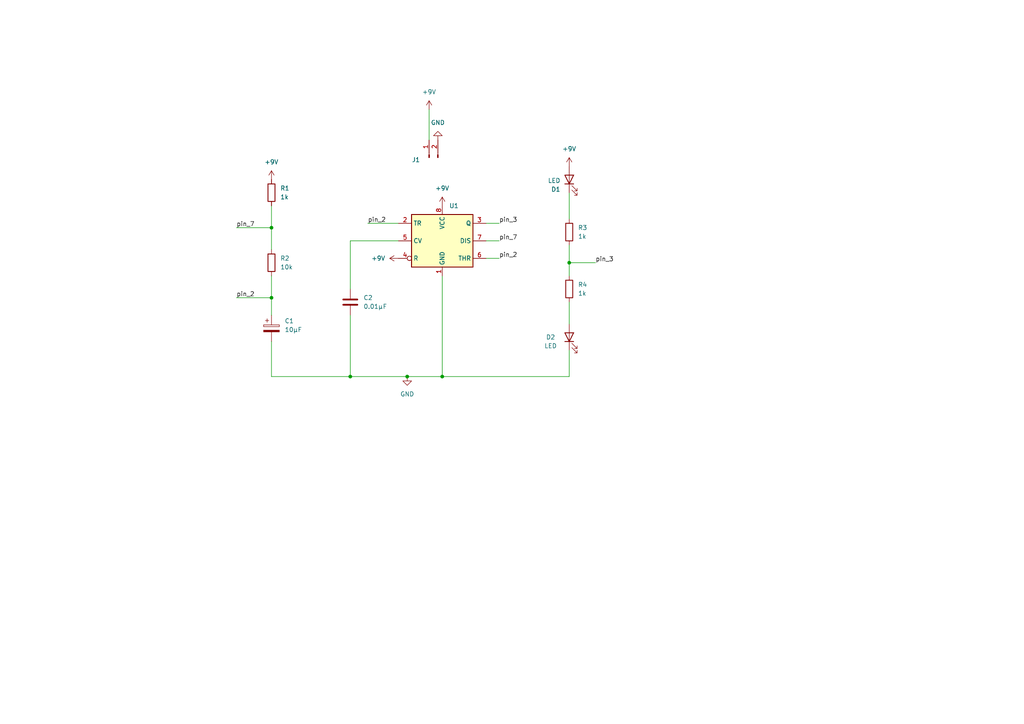
<source format=kicad_sch>
(kicad_sch (version 20211123) (generator eeschema)
  (paper "A4")
  (lib_symbols
    (symbol "Connector:Conn_01x02_Male" (pin_names (offset 1.016) hide)
      (property "Reference" "J" (at 0 2.54 0))
      (property "Value" "Conn_01x02_Male" (at 0 -5.08 0))
      (symbol "Conn_01x02_Male_1_1"
        (polyline (pts (xy 1.27 -2.54) (xy 0.8636 -2.54)) (stroke (width 0.1524)))
        (polyline (pts (xy 1.27 0) (xy 0.8636 0)) (stroke (width 0.1524)))
        (rectangle (start 0.8636 -2.413) (end 0 -2.667) (stroke (width 0.1524)) (fill (type outline)))
        (rectangle (start 0.8636 0.127) (end 0 -0.127) (stroke (width 0.1524)) (fill (type outline)))
        (pin passive line (at 5.08 0 180) (length 3.81) (name "Pin_1") (number "1"))
        (pin passive line (at 5.08 -2.54 180) (length 3.81) (name "Pin_2") (number "2"))
      )
    )
    (symbol "Device:C" (pin_numbers hide) (pin_names (offset 0.254))
      (property "Reference" "C" (at 0.635 2.54 0))
      (property "Value" "C" (at 0.635 -2.54 0))
      (symbol "C_0_1"
        (polyline (pts (xy -2.032 -0.762) (xy 2.032 -0.762)) (stroke (width 0.508)))
        (polyline (pts (xy -2.032 0.762) (xy 2.032 0.762)) (stroke (width 0.508)))
      )
      (symbol "C_1_1"
        (pin passive line (at 0 3.81 270) (length 2.794) (name "~") (number "1"))
        (pin passive line (at 0 -3.81 90) (length 2.794) (name "~") (number "2"))
      )
    )
    (symbol "Device:C_Polarized" (pin_numbers hide) (pin_names (offset 0.254))
      (property "Reference" "C" (at 0.635 2.54 0))
      (property "Value" "C_Polarized" (at 0.635 -2.54 0))
      (symbol "C_Polarized_0_1"
        (rectangle (start -2.286 0.508) (end 2.286 1.016))
        (polyline (pts (xy -1.778 2.286) (xy -0.762 2.286)))
        (polyline (pts (xy -1.27 2.794) (xy -1.27 1.778)))
        (rectangle (start 2.286 -0.508) (end -2.286 -1.016) (fill (type outline)))
      )
      (symbol "C_Polarized_1_1"
        (pin passive line (at 0 3.81 270) (length 2.794) (name "~") (number "1"))
        (pin passive line (at 0 -3.81 90) (length 2.794) (name "~") (number "2"))
      )
    )
    (symbol "Device:LED" (pin_numbers hide) (pin_names (offset 1.016) hide)
      (property "Reference" "D" (at 0 2.54 0))
      (property "Value" "LED" (at 0 -2.54 0))
      (symbol "LED_0_1"
        (polyline (pts (xy -1.27 -1.27) (xy -1.27 1.27)) (stroke (width 0.254)))
        (polyline (pts (xy -1.27 0) (xy 1.27 0)))
        (polyline (pts (xy 1.27 -1.27) (xy 1.27 1.27) (xy -1.27 0) (xy 1.27 -1.27)) (stroke (width 0.254)))
        (polyline (pts (xy -3.048 -0.762) (xy -4.572 -2.286) (xy -3.81 -2.286) (xy -4.572 -2.286) (xy -4.572 -1.524)))
        (polyline (pts (xy -1.778 -0.762) (xy -3.302 -2.286) (xy -2.54 -2.286) (xy -3.302 -2.286) (xy -3.302 -1.524)))
      )
      (symbol "LED_1_1"
        (pin passive line (at -3.81 0 0) (length 2.54) (name "K") (number "1"))
        (pin passive line (at 3.81 0 180) (length 2.54) (name "A") (number "2"))
      )
    )
    (symbol "Device:R" (pin_numbers hide) (pin_names (offset 0))
      (property "Reference" "R" (at 2.032 0 90))
      (property "Value" "R" (at 0 0 90))
      (symbol "R_0_1"
        (rectangle (start -1.016 -2.54) (end 1.016 2.54) (stroke (width 0.254)))
      )
      (symbol "R_1_1"
        (pin passive line (at 0 3.81 270) (length 1.27) (name "~") (number "1"))
        (pin passive line (at 0 -3.81 90) (length 1.27) (name "~") (number "2"))
      )
    )
    (symbol "Timer:NE555D"
      (property "Reference" "U" (at -10.16 8.89 0))
      (property "Value" "NE555D" (at 2.54 8.89 0))
      (symbol "NE555D_0_0"
        (pin power_in line (at 0 -10.16 90) (length 2.54) (name "GND") (number "1"))
        (pin power_in line (at 0 10.16 270) (length 2.54) (name "VCC") (number "8"))
      )
      (symbol "NE555D_0_1"
        (rectangle (start -8.89 -7.62) (end 8.89 7.62) (stroke (width 0.254)) (fill (type background)))
        (rectangle (start -8.89 -7.62) (end 8.89 7.62) (stroke (width 0.254)) (fill (type background)))
      )
      (symbol "NE555D_1_1"
        (pin input line (at -12.7 5.08 0) (length 3.81) (name "TR") (number "2"))
        (pin output line (at 12.7 5.08 180) (length 3.81) (name "Q") (number "3"))
        (pin input inverted (at -12.7 -5.08 0) (length 3.81) (name "R") (number "4"))
        (pin input line (at -12.7 0 0) (length 3.81) (name "CV") (number "5"))
        (pin input line (at 12.7 -5.08 180) (length 3.81) (name "THR") (number "6"))
        (pin input line (at 12.7 0 180) (length 3.81) (name "DIS") (number "7"))
      )
    )
    (symbol "power:+9V" (power) (pin_names (offset 0))
      (property "Value" "+9V" (at 0 3.556 0))
      (symbol "+9V_0_1"
        (polyline (pts (xy -0.762 1.27) (xy 0 2.54)))
        (polyline (pts (xy 0 0) (xy 0 2.54)))
        (polyline (pts (xy 0 2.54) (xy 0.762 1.27)))
      )
      (symbol "+9V_1_1"
        (pin power_in line (at 0 0 90) (length 0) hide (name "+9V") (number "1"))
      )
    )
    (symbol "power:GND" (power) (pin_names (offset 0))
      (property "Value" "GND" (at 0 -3.81 0))
      (symbol "GND_0_1"
        (polyline (pts (xy 0 0) (xy 0 -1.27) (xy 1.27 -1.27) (xy 0 -2.54) (xy -1.27 -1.27) (xy 0 -1.27)))
      )
      (symbol "GND_1_1"
        (pin power_in line (at 0 0 270) (length 0) hide (name "GND") (number "1"))
      )
    )
  )
  (junction (at 118.11 109.22))
  (junction (at 78.74 86.36))
  (junction (at 165.1 76.2))
  (junction (at 101.6 109.22))
  (junction (at 78.74 66.04))
  (junction (at 128.27 109.22))
  (wire (pts (xy 140.97 69.85) (xy 144.78 69.85)))
  (wire (pts (xy 124.46 31.75) (xy 124.46 40.64)))
  (wire (pts (xy 165.1 76.2) (xy 165.1 80.01)))
  (wire (pts (xy 78.74 80.01) (xy 78.74 86.36)))
  (wire (pts (xy 128.27 109.22) (xy 165.1 109.22)))
  (wire (pts (xy 101.6 69.85) (xy 115.57 69.85)))
  (wire (pts (xy 140.97 64.77) (xy 144.78 64.77)))
  (wire (pts (xy 165.1 76.2) (xy 172.72 76.2)))
  (wire (pts (xy 78.74 66.04) (xy 78.74 72.39)))
  (wire (pts (xy 68.58 86.36) (xy 78.74 86.36)))
  (wire (pts (xy 140.97 74.93) (xy 144.78 74.93)))
  (wire (pts (xy 128.27 80.01) (xy 128.27 109.22)))
  (wire (pts (xy 165.1 55.88) (xy 165.1 63.5)))
  (wire (pts (xy 78.74 86.36) (xy 78.74 91.44)))
  (wire (pts (xy 106.68 64.77) (xy 115.57 64.77)))
  (wire (pts (xy 101.6 109.22) (xy 101.6 91.44)))
  (wire (pts (xy 165.1 101.6) (xy 165.1 109.22)))
  (wire (pts (xy 78.74 99.06) (xy 78.74 109.22)))
  (wire (pts (xy 165.1 71.12) (xy 165.1 76.2)))
  (wire (pts (xy 101.6 83.82) (xy 101.6 69.85)))
  (wire (pts (xy 78.74 109.22) (xy 101.6 109.22)))
  (wire (pts (xy 68.58 66.04) (xy 78.74 66.04)))
  (wire (pts (xy 101.6 109.22) (xy 118.11 109.22)))
  (wire (pts (xy 78.74 59.69) (xy 78.74 66.04)))
  (wire (pts (xy 118.11 109.22) (xy 128.27 109.22)))
  (wire (pts (xy 165.1 87.63) (xy 165.1 93.98)))
  (label "pin_3" (at 172.72 76.2 0))
  (label "pin_2" (at 144.78 74.93 0))
  (label "pin_2" (at 68.58 86.36 0))
  (label "pin_3" (at 144.78 64.77 0))
  (label "pin_2" (at 106.68 64.77 0))
  (label "pin_7" (at 144.78 69.85 0))
  (label "pin_7" (at 68.58 66.04 0))
  (symbol (lib_id "Device:LED") (at 165.1 52.07 90) (unit 1)
    (property "Reference" "D1" (at 162.56 54.9276 90) (effects (justify left)))
    (property "Value" "LED" (at 162.56 52.3876 90) (effects (justify left)))
    (property "Footprint" "LED_SMD:LED_1206_3216Metric_Pad1.42x1.75mm_HandSolder" (effects hide))
  )
  (symbol (lib_id "Connector:Conn_01x02_Male") (at 124.46 45.72 90) (unit 1)
    (property "Reference" "J1" (at 120.65 46.355 90))
    (property "Value" "conn" (effects hide))
    (property "Footprint" "TerminalBlock:TerminalBlock_bornier-2_P5.08mm" (effects hide))
  )
  (symbol (lib_id "Device:R") (at 165.1 67.31 0) (unit 1)
    (property "Reference" "R3" (at 167.64 66.0399 0) (effects (justify left)))
    (property "Value" "1k" (at 167.64 68.5799 0) (effects (justify left)))
    (property "Footprint" "Resistor_SMD:R_0805_2012Metric_Pad1.20x1.40mm_HandSolder" (effects hide))
  )
  (symbol (lib_id "Device:C") (at 101.6 87.63 0) (unit 1)
    (property "Reference" "C2" (at 105.41 86.3599 0) (effects (justify left)))
    (property "Value" "0.01µF" (at 105.41 88.8999 0) (effects (justify left)))
    (property "Footprint" "Capacitor_SMD:C_0805_2012Metric_Pad1.18x1.45mm_HandSolder" (effects hide))
  )
  (symbol (lib_id "Device:R") (at 78.74 55.88 0) (unit 1)
    (property "Reference" "R1" (at 81.28 54.6099 0) (effects (justify left)))
    (property "Value" "1k" (at 81.28 57.1499 0) (effects (justify left)))
    (property "Footprint" "Resistor_SMD:R_0805_2012Metric_Pad1.20x1.40mm_HandSolder" (effects hide))
  )
  (symbol (lib_id "Device:R") (at 165.1 83.82 0) (unit 1)
    (property "Reference" "R4" (at 167.64 82.5499 0) (effects (justify left)))
    (property "Value" "1k" (at 167.64 85.0899 0) (effects (justify left)))
    (property "Footprint" "Resistor_SMD:R_0805_2012Metric_Pad1.20x1.40mm_HandSolder" (effects hide))
  )
  (symbol (lib_id "power:GND") (at 127 40.64 180) (unit 1)
    (property "Reference" "#PWR02" (effects hide))
    (property "Value" "GND" (at 127 35.56 0))
  )
  (symbol (lib_id "power:GND") (at 118.11 109.22 0) (unit 1)
    (property "Reference" "#PWR07" (effects hide))
    (property "Value" "GND" (at 118.11 114.3 0))
  )
  (symbol (lib_id "Device:R") (at 78.74 76.2 0) (unit 1)
    (property "Reference" "R2" (at 81.28 74.9299 0) (effects (justify left)))
    (property "Value" "10k" (at 81.28 77.4699 0) (effects (justify left)))
    (property "Footprint" "Resistor_SMD:R_0805_2012Metric_Pad1.20x1.40mm_HandSolder" (effects hide))
  )
  (symbol (lib_id "Timer:NE555D") (at 128.27 69.85 0) (unit 1)
    (property "Reference" "U1" (at 130.2894 59.69 0) (effects (justify left)))
    (property "Value" "NE555D" (effects hide))
    (property "Footprint" "Package_SO:SOIC-8-1EP_3.9x4.9mm_P1.27mm_EP2.29x3mm" (effects hide))
    (property "Datasheet" "http://www.ti.com/lit/ds/symlink/ne555.pdf" (effects hide))
  )
  (symbol (lib_id "power:+9V") (at 78.74 52.07 0) (unit 1)
    (property "Reference" "#PWR04" (effects hide))
    (property "Value" "+9V" (at 78.74 46.99 0))
  )
  (symbol (lib_id "Device:LED") (at 165.1 97.79 90) (unit 1)
    (property "Reference" "D2" (at 159.7025 97.79 90))
    (property "Value" "LED" (at 159.7025 100.33 90))
    (property "Footprint" "LED_SMD:LED_1206_3216Metric_Pad1.42x1.75mm_HandSolder" (effects hide))
  )
  (symbol (lib_id "power:+9V") (at 165.1 48.26 0) (unit 1)
    (property "Reference" "#PWR03" (effects hide))
    (property "Value" "+9V" (at 165.1 43.18 0))
  )
  (symbol (lib_id "Device:C_Polarized") (at 78.74 95.25 0) (unit 1)
    (property "Reference" "C1" (at 82.55 93.0909 0) (effects (justify left)))
    (property "Value" "10µF" (at 82.55 95.6309 0) (effects (justify left)))
    (property "Footprint" "Capacitor_Tantalum_SMD:CP_EIA-3216-18_Kemet-A_Pad1.58x1.35mm_HandSolder" (effects hide))
  )
  (symbol (lib_id "power:+9V") (at 115.57 74.93 90) (unit 1)
    (property "Reference" "#PWR06" (effects hide))
    (property "Value" "+9V" (at 111.76 74.9299 90) (effects (justify left)))
  )
  (symbol (lib_id "power:+9V") (at 124.46 31.75 0) (unit 1)
    (property "Reference" "#PWR01" (effects hide))
    (property "Value" "+9V" (at 124.46 26.67 0))
  )
  (symbol (lib_id "power:+9V") (at 128.27 59.69 0) (unit 1)
    (property "Reference" "#PWR05" (effects hide))
    (property "Value" "+9V" (at 128.27 54.61 0))
  )
)
</source>
